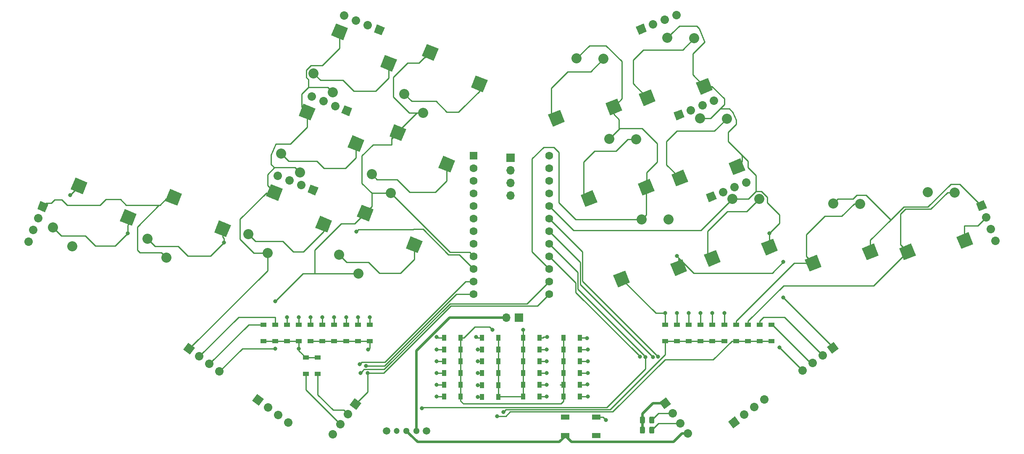
<source format=gbr>
G04 #@! TF.GenerationSoftware,KiCad,Pcbnew,(5.1.4)-1*
G04 #@! TF.CreationDate,2023-12-29T15:47:13-05:00*
G04 #@! TF.ProjectId,ThumbsUp,5468756d-6273-4557-902e-6b696361645f,rev?*
G04 #@! TF.SameCoordinates,Original*
G04 #@! TF.FileFunction,Copper,L2,Bot*
G04 #@! TF.FilePolarity,Positive*
%FSLAX46Y46*%
G04 Gerber Fmt 4.6, Leading zero omitted, Abs format (unit mm)*
G04 Created by KiCad (PCBNEW (5.1.4)-1) date 2023-12-29 15:47:13*
%MOMM*%
%LPD*%
G04 APERTURE LIST*
%ADD10R,1.200000X0.900000*%
%ADD11O,1.700000X1.700000*%
%ADD12R,1.700000X1.700000*%
%ADD13C,1.500000*%
%ADD14C,1.200000*%
%ADD15C,1.300000*%
%ADD16C,1.600000*%
%ADD17R,1.600000X1.600000*%
%ADD18C,0.100000*%
%ADD19C,0.975000*%
%ADD20R,1.800000X1.100000*%
%ADD21C,1.700000*%
%ADD22C,1.700000*%
%ADD23C,2.600000*%
%ADD24C,2.032000*%
%ADD25R,0.900000X1.200000*%
%ADD26C,0.800000*%
%ADD27C,0.508000*%
%ADD28C,0.250000*%
%ADD29C,0.254000*%
G04 APERTURE END LIST*
D10*
X110310000Y-131300000D03*
X110310000Y-128000000D03*
X112710000Y-131300000D03*
X112710000Y-128000000D03*
D11*
X150710000Y-119920000D03*
D12*
X153250000Y-119920000D03*
D13*
X126590000Y-142790000D03*
X134590000Y-142790000D03*
D14*
X128590000Y-142790000D03*
D15*
X130590000Y-142790000D03*
X132590000Y-142790000D03*
D16*
X159332000Y-87252000D03*
X159332000Y-89792000D03*
X159332000Y-92332000D03*
X159332000Y-94872000D03*
X159332000Y-97412000D03*
X159332000Y-99952000D03*
X159332000Y-102492000D03*
X159332000Y-105032000D03*
X159332000Y-107572000D03*
X159332000Y-110112000D03*
X159332000Y-112652000D03*
X159332000Y-115192000D03*
X144092000Y-115192000D03*
X144092000Y-112652000D03*
X144092000Y-110112000D03*
X144092000Y-107572000D03*
X144092000Y-105032000D03*
X144092000Y-102492000D03*
X144092000Y-99952000D03*
X144092000Y-97412000D03*
X144092000Y-94872000D03*
X144092000Y-92332000D03*
X144092000Y-89792000D03*
D17*
X144092000Y-87252000D03*
D18*
G36*
X180270642Y-139893174D02*
G01*
X180294303Y-139896684D01*
X180317507Y-139902496D01*
X180340029Y-139910554D01*
X180361653Y-139920782D01*
X180382170Y-139933079D01*
X180401383Y-139947329D01*
X180419107Y-139963393D01*
X180435171Y-139981117D01*
X180449421Y-140000330D01*
X180461718Y-140020847D01*
X180471946Y-140042471D01*
X180480004Y-140064993D01*
X180485816Y-140088197D01*
X180489326Y-140111858D01*
X180490500Y-140135750D01*
X180490500Y-141048250D01*
X180489326Y-141072142D01*
X180485816Y-141095803D01*
X180480004Y-141119007D01*
X180471946Y-141141529D01*
X180461718Y-141163153D01*
X180449421Y-141183670D01*
X180435171Y-141202883D01*
X180419107Y-141220607D01*
X180401383Y-141236671D01*
X180382170Y-141250921D01*
X180361653Y-141263218D01*
X180340029Y-141273446D01*
X180317507Y-141281504D01*
X180294303Y-141287316D01*
X180270642Y-141290826D01*
X180246750Y-141292000D01*
X179759250Y-141292000D01*
X179735358Y-141290826D01*
X179711697Y-141287316D01*
X179688493Y-141281504D01*
X179665971Y-141273446D01*
X179644347Y-141263218D01*
X179623830Y-141250921D01*
X179604617Y-141236671D01*
X179586893Y-141220607D01*
X179570829Y-141202883D01*
X179556579Y-141183670D01*
X179544282Y-141163153D01*
X179534054Y-141141529D01*
X179525996Y-141119007D01*
X179520184Y-141095803D01*
X179516674Y-141072142D01*
X179515500Y-141048250D01*
X179515500Y-140135750D01*
X179516674Y-140111858D01*
X179520184Y-140088197D01*
X179525996Y-140064993D01*
X179534054Y-140042471D01*
X179544282Y-140020847D01*
X179556579Y-140000330D01*
X179570829Y-139981117D01*
X179586893Y-139963393D01*
X179604617Y-139947329D01*
X179623830Y-139933079D01*
X179644347Y-139920782D01*
X179665971Y-139910554D01*
X179688493Y-139902496D01*
X179711697Y-139896684D01*
X179735358Y-139893174D01*
X179759250Y-139892000D01*
X180246750Y-139892000D01*
X180270642Y-139893174D01*
X180270642Y-139893174D01*
G37*
D19*
X180003000Y-140592000D03*
D18*
G36*
X178395642Y-139893174D02*
G01*
X178419303Y-139896684D01*
X178442507Y-139902496D01*
X178465029Y-139910554D01*
X178486653Y-139920782D01*
X178507170Y-139933079D01*
X178526383Y-139947329D01*
X178544107Y-139963393D01*
X178560171Y-139981117D01*
X178574421Y-140000330D01*
X178586718Y-140020847D01*
X178596946Y-140042471D01*
X178605004Y-140064993D01*
X178610816Y-140088197D01*
X178614326Y-140111858D01*
X178615500Y-140135750D01*
X178615500Y-141048250D01*
X178614326Y-141072142D01*
X178610816Y-141095803D01*
X178605004Y-141119007D01*
X178596946Y-141141529D01*
X178586718Y-141163153D01*
X178574421Y-141183670D01*
X178560171Y-141202883D01*
X178544107Y-141220607D01*
X178526383Y-141236671D01*
X178507170Y-141250921D01*
X178486653Y-141263218D01*
X178465029Y-141273446D01*
X178442507Y-141281504D01*
X178419303Y-141287316D01*
X178395642Y-141290826D01*
X178371750Y-141292000D01*
X177884250Y-141292000D01*
X177860358Y-141290826D01*
X177836697Y-141287316D01*
X177813493Y-141281504D01*
X177790971Y-141273446D01*
X177769347Y-141263218D01*
X177748830Y-141250921D01*
X177729617Y-141236671D01*
X177711893Y-141220607D01*
X177695829Y-141202883D01*
X177681579Y-141183670D01*
X177669282Y-141163153D01*
X177659054Y-141141529D01*
X177650996Y-141119007D01*
X177645184Y-141095803D01*
X177641674Y-141072142D01*
X177640500Y-141048250D01*
X177640500Y-140135750D01*
X177641674Y-140111858D01*
X177645184Y-140088197D01*
X177650996Y-140064993D01*
X177659054Y-140042471D01*
X177669282Y-140020847D01*
X177681579Y-140000330D01*
X177695829Y-139981117D01*
X177711893Y-139963393D01*
X177729617Y-139947329D01*
X177748830Y-139933079D01*
X177769347Y-139920782D01*
X177790971Y-139910554D01*
X177813493Y-139902496D01*
X177836697Y-139896684D01*
X177860358Y-139893174D01*
X177884250Y-139892000D01*
X178371750Y-139892000D01*
X178395642Y-139893174D01*
X178395642Y-139893174D01*
G37*
D19*
X178128000Y-140592000D03*
D18*
G36*
X178395642Y-141925174D02*
G01*
X178419303Y-141928684D01*
X178442507Y-141934496D01*
X178465029Y-141942554D01*
X178486653Y-141952782D01*
X178507170Y-141965079D01*
X178526383Y-141979329D01*
X178544107Y-141995393D01*
X178560171Y-142013117D01*
X178574421Y-142032330D01*
X178586718Y-142052847D01*
X178596946Y-142074471D01*
X178605004Y-142096993D01*
X178610816Y-142120197D01*
X178614326Y-142143858D01*
X178615500Y-142167750D01*
X178615500Y-143080250D01*
X178614326Y-143104142D01*
X178610816Y-143127803D01*
X178605004Y-143151007D01*
X178596946Y-143173529D01*
X178586718Y-143195153D01*
X178574421Y-143215670D01*
X178560171Y-143234883D01*
X178544107Y-143252607D01*
X178526383Y-143268671D01*
X178507170Y-143282921D01*
X178486653Y-143295218D01*
X178465029Y-143305446D01*
X178442507Y-143313504D01*
X178419303Y-143319316D01*
X178395642Y-143322826D01*
X178371750Y-143324000D01*
X177884250Y-143324000D01*
X177860358Y-143322826D01*
X177836697Y-143319316D01*
X177813493Y-143313504D01*
X177790971Y-143305446D01*
X177769347Y-143295218D01*
X177748830Y-143282921D01*
X177729617Y-143268671D01*
X177711893Y-143252607D01*
X177695829Y-143234883D01*
X177681579Y-143215670D01*
X177669282Y-143195153D01*
X177659054Y-143173529D01*
X177650996Y-143151007D01*
X177645184Y-143127803D01*
X177641674Y-143104142D01*
X177640500Y-143080250D01*
X177640500Y-142167750D01*
X177641674Y-142143858D01*
X177645184Y-142120197D01*
X177650996Y-142096993D01*
X177659054Y-142074471D01*
X177669282Y-142052847D01*
X177681579Y-142032330D01*
X177695829Y-142013117D01*
X177711893Y-141995393D01*
X177729617Y-141979329D01*
X177748830Y-141965079D01*
X177769347Y-141952782D01*
X177790971Y-141942554D01*
X177813493Y-141934496D01*
X177836697Y-141928684D01*
X177860358Y-141925174D01*
X177884250Y-141924000D01*
X178371750Y-141924000D01*
X178395642Y-141925174D01*
X178395642Y-141925174D01*
G37*
D19*
X178128000Y-142624000D03*
D18*
G36*
X180270642Y-141925174D02*
G01*
X180294303Y-141928684D01*
X180317507Y-141934496D01*
X180340029Y-141942554D01*
X180361653Y-141952782D01*
X180382170Y-141965079D01*
X180401383Y-141979329D01*
X180419107Y-141995393D01*
X180435171Y-142013117D01*
X180449421Y-142032330D01*
X180461718Y-142052847D01*
X180471946Y-142074471D01*
X180480004Y-142096993D01*
X180485816Y-142120197D01*
X180489326Y-142143858D01*
X180490500Y-142167750D01*
X180490500Y-143080250D01*
X180489326Y-143104142D01*
X180485816Y-143127803D01*
X180480004Y-143151007D01*
X180471946Y-143173529D01*
X180461718Y-143195153D01*
X180449421Y-143215670D01*
X180435171Y-143234883D01*
X180419107Y-143252607D01*
X180401383Y-143268671D01*
X180382170Y-143282921D01*
X180361653Y-143295218D01*
X180340029Y-143305446D01*
X180317507Y-143313504D01*
X180294303Y-143319316D01*
X180270642Y-143322826D01*
X180246750Y-143324000D01*
X179759250Y-143324000D01*
X179735358Y-143322826D01*
X179711697Y-143319316D01*
X179688493Y-143313504D01*
X179665971Y-143305446D01*
X179644347Y-143295218D01*
X179623830Y-143282921D01*
X179604617Y-143268671D01*
X179586893Y-143252607D01*
X179570829Y-143234883D01*
X179556579Y-143215670D01*
X179544282Y-143195153D01*
X179534054Y-143173529D01*
X179525996Y-143151007D01*
X179520184Y-143127803D01*
X179516674Y-143104142D01*
X179515500Y-143080250D01*
X179515500Y-142167750D01*
X179516674Y-142143858D01*
X179520184Y-142120197D01*
X179525996Y-142096993D01*
X179534054Y-142074471D01*
X179544282Y-142052847D01*
X179556579Y-142032330D01*
X179570829Y-142013117D01*
X179586893Y-141995393D01*
X179604617Y-141979329D01*
X179623830Y-141965079D01*
X179644347Y-141952782D01*
X179665971Y-141942554D01*
X179688493Y-141934496D01*
X179711697Y-141928684D01*
X179735358Y-141925174D01*
X179759250Y-141924000D01*
X180246750Y-141924000D01*
X180270642Y-141925174D01*
X180270642Y-141925174D01*
G37*
D19*
X180003000Y-142624000D03*
D20*
X162582000Y-140012000D03*
X168782000Y-143712000D03*
X162582000Y-143712000D03*
X168782000Y-140012000D03*
D21*
X199065141Y-92685498D03*
D22*
X199065141Y-92685498D02*
X199065141Y-92685498D01*
D21*
X196710094Y-93636999D03*
D22*
X196710094Y-93636999D02*
X196710094Y-93636999D01*
D21*
X194355047Y-94588499D03*
D22*
X194355047Y-94588499D02*
X194355047Y-94588499D01*
D21*
X192000000Y-95540000D03*
D18*
G36*
X193106522Y-96009691D02*
G01*
X191530309Y-96646522D01*
X190893478Y-95070309D01*
X192469691Y-94433478D01*
X193106522Y-96009691D01*
X193106522Y-96009691D01*
G37*
D21*
X246428381Y-97351090D03*
D18*
G36*
X245958690Y-98457612D02*
G01*
X245321859Y-96881399D01*
X246898072Y-96244568D01*
X247534903Y-97820781D01*
X245958690Y-98457612D01*
X245958690Y-98457612D01*
G37*
D21*
X247379882Y-99706137D03*
D22*
X247379882Y-99706137D02*
X247379882Y-99706137D01*
D21*
X248331382Y-102061184D03*
D22*
X248331382Y-102061184D02*
X248331382Y-102061184D01*
D21*
X249282883Y-104416231D03*
D22*
X249282883Y-104416231D02*
X249282883Y-104416231D01*
D21*
X177894345Y-61730649D03*
D18*
G36*
X179000867Y-62200340D02*
G01*
X177424654Y-62837171D01*
X176787823Y-61260958D01*
X178364036Y-60624127D01*
X179000867Y-62200340D01*
X179000867Y-62200340D01*
G37*
D21*
X180249392Y-60779148D03*
D22*
X180249392Y-60779148D02*
X180249392Y-60779148D01*
D21*
X182604439Y-59827648D03*
D22*
X182604439Y-59827648D02*
X182604439Y-59827648D01*
D21*
X184959486Y-58876147D03*
D22*
X184959486Y-58876147D02*
X184959486Y-58876147D01*
D21*
X185500000Y-79040000D03*
D18*
G36*
X186606522Y-79509691D02*
G01*
X185030309Y-80146522D01*
X184393478Y-78570309D01*
X185969691Y-77933478D01*
X186606522Y-79509691D01*
X186606522Y-79509691D01*
G37*
D21*
X187855047Y-78088499D03*
D22*
X187855047Y-78088499D02*
X187855047Y-78088499D01*
D21*
X190210094Y-77136999D03*
D22*
X190210094Y-77136999D02*
X190210094Y-77136999D01*
D21*
X192565141Y-76185498D03*
D22*
X192565141Y-76185498D02*
X192565141Y-76185498D01*
D21*
X187293643Y-143302834D03*
D22*
X187293643Y-143302834D02*
X187293643Y-143302834D01*
D21*
X185765033Y-141274299D03*
D22*
X185765033Y-141274299D02*
X185765033Y-141274299D01*
D21*
X184236423Y-139245765D03*
D22*
X184236423Y-139245765D02*
X184236423Y-139245765D01*
D21*
X182707813Y-137217231D03*
D18*
G36*
X182540516Y-138407614D02*
G01*
X181517430Y-137049934D01*
X182875110Y-136026848D01*
X183898196Y-137384528D01*
X182540516Y-138407614D01*
X182540516Y-138407614D01*
G37*
D23*
X243086938Y-104363428D03*
D18*
G36*
X243805288Y-102671100D02*
G01*
X244779266Y-105081778D01*
X242368588Y-106055756D01*
X241394610Y-103645078D01*
X243805288Y-102671100D01*
X243805288Y-102671100D01*
G37*
D24*
X241033916Y-94677189D03*
X235611323Y-94603136D03*
D23*
X231553830Y-106650330D03*
D18*
G36*
X232272180Y-104958002D02*
G01*
X233246158Y-107368680D01*
X230835480Y-108342658D01*
X229861502Y-105931980D01*
X232272180Y-104958002D01*
X232272180Y-104958002D01*
G37*
D23*
X190612716Y-73255455D03*
D18*
G36*
X191331066Y-71563127D02*
G01*
X192305044Y-73973805D01*
X189894366Y-74947783D01*
X188920388Y-72537105D01*
X191331066Y-71563127D01*
X191331066Y-71563127D01*
G37*
D24*
X188559694Y-63569216D03*
X183137101Y-63495163D03*
D23*
X179079608Y-75542357D03*
D18*
G36*
X179797958Y-73850029D02*
G01*
X180771936Y-76260707D01*
X178361258Y-77234685D01*
X177387280Y-74824007D01*
X179797958Y-73850029D01*
X179797958Y-73850029D01*
G37*
D23*
X197168331Y-89481172D03*
D18*
G36*
X197886681Y-87788844D02*
G01*
X198860659Y-90199522D01*
X196449981Y-91173500D01*
X195476003Y-88762822D01*
X197886681Y-87788844D01*
X197886681Y-87788844D01*
G37*
D24*
X195115309Y-79794933D03*
X189692716Y-79720880D03*
D23*
X185635223Y-91768074D03*
D18*
G36*
X186353573Y-90075746D02*
G01*
X187327551Y-92486424D01*
X184916873Y-93460402D01*
X183942895Y-91049724D01*
X186353573Y-90075746D01*
X186353573Y-90075746D01*
G37*
D23*
X203723946Y-105706890D03*
D18*
G36*
X204442296Y-104014562D02*
G01*
X205416274Y-106425240D01*
X203005596Y-107399218D01*
X202031618Y-104988540D01*
X204442296Y-104014562D01*
X204442296Y-104014562D01*
G37*
D24*
X201670924Y-96020651D03*
X196248331Y-95946598D03*
D23*
X192190838Y-107993792D03*
D18*
G36*
X192909188Y-106301464D02*
G01*
X193883166Y-108712142D01*
X191472488Y-109686120D01*
X190498510Y-107275442D01*
X192909188Y-106301464D01*
X192909188Y-106301464D01*
G37*
D23*
X224061004Y-106657731D03*
D18*
G36*
X224779354Y-104965403D02*
G01*
X225753332Y-107376081D01*
X223342654Y-108350059D01*
X222368676Y-105939381D01*
X224779354Y-104965403D01*
X224779354Y-104965403D01*
G37*
D24*
X222007982Y-96971492D03*
X216585389Y-96897439D03*
D23*
X212527896Y-108944633D03*
D18*
G36*
X213246246Y-107252305D02*
G01*
X214220224Y-109662983D01*
X211809546Y-110636961D01*
X210835568Y-108226283D01*
X213246246Y-107252305D01*
X213246246Y-107252305D01*
G37*
D21*
X210415141Y-130637906D03*
D22*
X210415141Y-130637906D02*
X210415141Y-130637906D01*
D21*
X212443676Y-129109296D03*
D22*
X212443676Y-129109296D02*
X212443676Y-129109296D01*
D21*
X214472210Y-127580686D03*
D22*
X214472210Y-127580686D02*
X214472210Y-127580686D01*
D21*
X216500744Y-126052076D03*
D18*
G36*
X215310361Y-125884779D02*
G01*
X216668041Y-124861693D01*
X217691127Y-126219373D01*
X216333447Y-127242459D01*
X215310361Y-125884779D01*
X215310361Y-125884779D01*
G37*
D21*
X92892618Y-130791511D03*
D22*
X92892618Y-130791511D02*
X92892618Y-130791511D01*
D21*
X90864083Y-129262901D03*
D22*
X90864083Y-129262901D02*
X90864083Y-129262901D01*
D21*
X88835549Y-127734291D03*
D22*
X88835549Y-127734291D02*
X88835549Y-127734291D01*
D21*
X86807015Y-126205681D03*
D18*
G36*
X86974312Y-127396064D02*
G01*
X85616632Y-126372978D01*
X86639718Y-125015298D01*
X87997398Y-126038384D01*
X86974312Y-127396064D01*
X86974312Y-127396064D01*
G37*
D21*
X57295205Y-97543276D03*
D18*
G36*
X56188683Y-98012967D02*
G01*
X56825514Y-96436754D01*
X58401727Y-97073585D01*
X57764896Y-98649798D01*
X56188683Y-98012967D01*
X56188683Y-98012967D01*
G37*
D21*
X56343704Y-99898323D03*
D22*
X56343704Y-99898323D02*
X56343704Y-99898323D01*
D21*
X55392204Y-102253370D03*
D22*
X55392204Y-102253370D02*
X55392204Y-102253370D01*
D21*
X54440703Y-104608417D03*
D22*
X54440703Y-104608417D02*
X54440703Y-104608417D01*
D21*
X125097799Y-61864591D03*
D18*
G36*
X124628108Y-60758069D02*
G01*
X126204321Y-61394900D01*
X125567490Y-62971113D01*
X123991277Y-62334282D01*
X124628108Y-60758069D01*
X124628108Y-60758069D01*
G37*
D21*
X122742752Y-60913090D03*
D22*
X122742752Y-60913090D02*
X122742752Y-60913090D01*
D21*
X120387705Y-59961590D03*
D22*
X120387705Y-59961590D02*
X120387705Y-59961590D01*
D21*
X118032658Y-59010089D03*
D22*
X118032658Y-59010089D02*
X118032658Y-59010089D01*
D21*
X118558765Y-78178249D03*
D18*
G36*
X118089074Y-77071727D02*
G01*
X119665287Y-77708558D01*
X119028456Y-79284771D01*
X117452243Y-78647940D01*
X118089074Y-77071727D01*
X118089074Y-77071727D01*
G37*
D21*
X116203718Y-77226748D03*
D22*
X116203718Y-77226748D02*
X116203718Y-77226748D01*
D21*
X113848671Y-76275248D03*
D22*
X113848671Y-76275248D02*
X113848671Y-76275248D01*
D21*
X111493624Y-75323747D03*
D22*
X111493624Y-75323747D02*
X111493624Y-75323747D01*
D21*
X104678867Y-91323747D03*
D22*
X104678867Y-91323747D02*
X104678867Y-91323747D01*
D21*
X107033914Y-92275248D03*
D22*
X107033914Y-92275248D02*
X107033914Y-92275248D01*
D21*
X109388961Y-93226748D03*
D22*
X109388961Y-93226748D02*
X109388961Y-93226748D01*
D21*
X111744008Y-94178249D03*
D18*
G36*
X111274317Y-93071727D02*
G01*
X112850530Y-93708558D01*
X112213699Y-95284771D01*
X110637486Y-94647940D01*
X111274317Y-93071727D01*
X111274317Y-93071727D01*
G37*
D23*
X117097605Y-62245393D03*
D18*
G36*
X115405277Y-62963743D02*
G01*
X116379255Y-60553065D01*
X118789933Y-61527043D01*
X117815955Y-63937721D01*
X115405277Y-62963743D01*
X115405277Y-62963743D01*
G37*
D24*
X111845799Y-70639240D03*
X115695044Y-74459359D03*
D23*
X126982444Y-68611904D03*
D18*
G36*
X125290116Y-69330254D02*
G01*
X126264094Y-66919576D01*
X128674772Y-67893554D01*
X127700794Y-70304232D01*
X125290116Y-69330254D01*
X125290116Y-69330254D01*
G37*
D23*
X178891610Y-93629843D03*
D18*
G36*
X179609960Y-91937515D02*
G01*
X180583938Y-94348193D01*
X178173260Y-95322171D01*
X177199282Y-92911493D01*
X179609960Y-91937515D01*
X179609960Y-91937515D01*
G37*
D24*
X176838588Y-83943604D03*
X171415995Y-83869551D03*
D23*
X167358502Y-95916745D03*
D18*
G36*
X168076852Y-94224417D02*
G01*
X169050830Y-96635095D01*
X166640152Y-97609073D01*
X165666174Y-95198395D01*
X168076852Y-94224417D01*
X168076852Y-94224417D01*
G37*
D23*
X64623382Y-93353366D03*
D18*
G36*
X62931054Y-94071716D02*
G01*
X63905032Y-91661038D01*
X66315710Y-92635016D01*
X65341732Y-95045694D01*
X62931054Y-94071716D01*
X62931054Y-94071716D01*
G37*
D24*
X59371576Y-101747213D03*
X63220821Y-105567332D03*
D23*
X74508221Y-99719877D03*
D18*
G36*
X72815893Y-100438227D02*
G01*
X73789871Y-98027549D01*
X76200549Y-99001527D01*
X75226571Y-101412205D01*
X72815893Y-100438227D01*
X72815893Y-100438227D01*
G37*
D23*
X83649316Y-95647669D03*
D18*
G36*
X81956988Y-96366019D02*
G01*
X82930966Y-93955341D01*
X85341644Y-94929319D01*
X84367666Y-97339997D01*
X81956988Y-96366019D01*
X81956988Y-96366019D01*
G37*
D24*
X78397510Y-104041516D03*
X82246755Y-107861635D03*
D23*
X93534155Y-102014180D03*
D18*
G36*
X91841827Y-102732530D02*
G01*
X92815805Y-100321852D01*
X95226483Y-101295830D01*
X94252505Y-103706508D01*
X91841827Y-102732530D01*
X91841827Y-102732530D01*
G37*
D23*
X103986374Y-94696828D03*
D18*
G36*
X102294046Y-95415178D02*
G01*
X103268024Y-93004500D01*
X105678702Y-93978478D01*
X104704724Y-96389156D01*
X102294046Y-95415178D01*
X102294046Y-95415178D01*
G37*
D24*
X98734568Y-103090675D03*
X102583813Y-106910794D03*
D23*
X113871213Y-101063339D03*
D18*
G36*
X112178885Y-101781689D02*
G01*
X113152863Y-99371011D01*
X115563541Y-100344989D01*
X114589563Y-102755667D01*
X112178885Y-101781689D01*
X112178885Y-101781689D01*
G37*
D23*
X185447225Y-109855560D03*
D18*
G36*
X186165575Y-108163232D02*
G01*
X187139553Y-110573910D01*
X184728875Y-111547888D01*
X183754897Y-109137210D01*
X186165575Y-108163232D01*
X186165575Y-108163232D01*
G37*
D24*
X183394203Y-100169321D03*
X177971610Y-100095268D03*
D23*
X173914117Y-112142462D03*
D18*
G36*
X174632467Y-110450134D02*
G01*
X175606445Y-112860812D01*
X173195767Y-113834790D01*
X172221789Y-111424112D01*
X174632467Y-110450134D01*
X174632467Y-110450134D01*
G37*
D23*
X135374326Y-66394063D03*
D18*
G36*
X133681998Y-67112413D02*
G01*
X134655976Y-64701735D01*
X137066654Y-65675713D01*
X136092676Y-68086391D01*
X133681998Y-67112413D01*
X133681998Y-67112413D01*
G37*
D24*
X130122520Y-74787910D03*
X133971765Y-78608029D03*
D23*
X145259165Y-72760574D03*
D18*
G36*
X143566837Y-73478924D02*
G01*
X144540815Y-71068246D01*
X146951493Y-72042224D01*
X145977515Y-74452902D01*
X143566837Y-73478924D01*
X143566837Y-73478924D01*
G37*
D23*
X122263095Y-98845498D03*
D18*
G36*
X120570767Y-99563848D02*
G01*
X121544745Y-97153170D01*
X123955423Y-98127148D01*
X122981445Y-100537826D01*
X120570767Y-99563848D01*
X120570767Y-99563848D01*
G37*
D24*
X117011289Y-107239345D03*
X120860534Y-111059464D03*
D23*
X132147934Y-105212009D03*
D18*
G36*
X130455606Y-105930359D02*
G01*
X131429584Y-103519681D01*
X133840262Y-104493659D01*
X132866284Y-106904337D01*
X130455606Y-105930359D01*
X130455606Y-105930359D01*
G37*
D23*
X128818710Y-82619781D03*
D18*
G36*
X127126382Y-83338131D02*
G01*
X128100360Y-80927453D01*
X130511038Y-81901431D01*
X129537060Y-84312109D01*
X127126382Y-83338131D01*
X127126382Y-83338131D01*
G37*
D24*
X123566904Y-91013628D03*
X127416149Y-94833747D03*
D23*
X138703549Y-88986292D03*
D18*
G36*
X137011221Y-89704642D02*
G01*
X137985199Y-87293964D01*
X140395877Y-88267942D01*
X139421899Y-90678620D01*
X137011221Y-89704642D01*
X137011221Y-89704642D01*
G37*
D23*
X172335995Y-77404125D03*
D18*
G36*
X173054345Y-75711797D02*
G01*
X174028323Y-78122475D01*
X171617645Y-79096453D01*
X170643667Y-76685775D01*
X173054345Y-75711797D01*
X173054345Y-75711797D01*
G37*
D24*
X170282973Y-67717886D03*
X164860380Y-67643833D03*
D23*
X160802887Y-79691027D03*
D18*
G36*
X161521237Y-77998699D02*
G01*
X162495215Y-80409377D01*
X160084537Y-81383355D01*
X159110559Y-78972677D01*
X161521237Y-77998699D01*
X161521237Y-77998699D01*
G37*
D23*
X110541989Y-78471110D03*
D18*
G36*
X108849661Y-79189460D02*
G01*
X109823639Y-76778782D01*
X112234317Y-77752760D01*
X111260339Y-80163438D01*
X108849661Y-79189460D01*
X108849661Y-79189460D01*
G37*
D24*
X105290183Y-86864957D03*
X109139428Y-90685076D03*
D23*
X120426828Y-84837621D03*
D18*
G36*
X118734500Y-85555971D02*
G01*
X119708478Y-83145293D01*
X122119156Y-84119271D01*
X121145178Y-86529949D01*
X118734500Y-85555971D01*
X118734500Y-85555971D01*
G37*
D21*
X106728320Y-141127050D03*
D22*
X106728320Y-141127050D02*
X106728320Y-141127050D01*
D21*
X104699785Y-139598440D03*
D22*
X104699785Y-139598440D02*
X104699785Y-139598440D01*
D21*
X102671251Y-138069830D03*
D22*
X102671251Y-138069830D02*
X102671251Y-138069830D01*
D21*
X100642717Y-136541220D03*
D18*
G36*
X100810014Y-137731603D02*
G01*
X99452334Y-136708517D01*
X100475420Y-135350837D01*
X101833100Y-136373923D01*
X100810014Y-137731603D01*
X100810014Y-137731603D01*
G37*
D12*
X151558765Y-87678249D03*
D11*
X151558765Y-90218249D03*
X151558765Y-92758249D03*
X151558765Y-95298249D03*
D21*
X196616901Y-141066163D03*
D18*
G36*
X197807284Y-141233460D02*
G01*
X196449604Y-142256546D01*
X195426518Y-140898866D01*
X196784198Y-139875780D01*
X197807284Y-141233460D01*
X197807284Y-141233460D01*
G37*
D21*
X198645435Y-139537553D03*
D22*
X198645435Y-139537553D02*
X198645435Y-139537553D01*
D21*
X200673969Y-138008943D03*
D22*
X200673969Y-138008943D02*
X200673969Y-138008943D01*
D21*
X202702504Y-136480333D03*
D22*
X202702504Y-136480333D02*
X202702504Y-136480333D01*
D21*
X115734284Y-143501436D03*
D22*
X115734284Y-143501436D02*
X115734284Y-143501436D01*
D21*
X117262894Y-141472901D03*
D22*
X117262894Y-141472901D02*
X117262894Y-141472901D01*
D21*
X118791504Y-139444367D03*
D22*
X118791504Y-139444367D02*
X118791504Y-139444367D01*
D21*
X120320114Y-137415833D03*
D18*
G36*
X119129731Y-137583130D02*
G01*
X120152817Y-136225450D01*
X121510497Y-137248536D01*
X120487411Y-138606216D01*
X119129731Y-137583130D01*
X119129731Y-137583130D01*
G37*
D10*
X199368750Y-121352500D03*
X199368750Y-124652500D03*
X196987500Y-121352500D03*
X196987500Y-124652500D03*
X185081250Y-121352500D03*
X185081250Y-124652500D03*
X187462500Y-121352500D03*
X187462500Y-124652500D03*
X189843750Y-121352500D03*
X189843750Y-124652500D03*
X192225000Y-121352500D03*
X192225000Y-124652500D03*
D25*
X165546250Y-126369000D03*
X162246250Y-126369000D03*
X165546250Y-128750250D03*
X162246250Y-128750250D03*
X165546250Y-131131500D03*
X162246250Y-131131500D03*
X165546250Y-133512750D03*
X162246250Y-133512750D03*
X157380000Y-126367750D03*
X154080000Y-126367750D03*
X157380000Y-128749000D03*
X154080000Y-128749000D03*
X157380000Y-131130250D03*
X154080000Y-131130250D03*
X157380000Y-133511500D03*
X154080000Y-133511500D03*
D10*
X204131250Y-121352500D03*
X204131250Y-124652500D03*
X201750000Y-121352500D03*
X201750000Y-124652500D03*
X194606250Y-121352500D03*
X194606250Y-124652500D03*
D25*
X165546250Y-135894000D03*
X162246250Y-135894000D03*
X157380000Y-135892750D03*
X154080000Y-135892750D03*
D10*
X182700000Y-121352500D03*
X182700000Y-124652500D03*
D25*
X165546250Y-123987750D03*
X162246250Y-123987750D03*
X157380000Y-123986500D03*
X154080000Y-123986500D03*
D10*
X123168750Y-121352500D03*
X123168750Y-124652500D03*
D25*
X138185500Y-123961750D03*
X141485500Y-123961750D03*
X145766500Y-124006500D03*
X149066500Y-124006500D03*
D10*
X101737500Y-121352500D03*
X101737500Y-124652500D03*
X104118750Y-121352500D03*
X104118750Y-124652500D03*
X111262500Y-121352500D03*
X111262500Y-124652500D03*
D25*
X138185500Y-135868000D03*
X141485500Y-135868000D03*
X145766500Y-135912750D03*
X149066500Y-135912750D03*
D10*
X106500000Y-121352500D03*
X106500000Y-124652500D03*
X108881250Y-121352500D03*
X108881250Y-124652500D03*
X120787500Y-121352500D03*
X120787500Y-124652500D03*
X118406250Y-121352500D03*
X118406250Y-124652500D03*
X116025000Y-121352500D03*
X116025000Y-124652500D03*
X113643750Y-121352500D03*
X113643750Y-124652500D03*
D25*
X138185500Y-126343000D03*
X141485500Y-126343000D03*
X138185500Y-128724250D03*
X141485500Y-128724250D03*
X138185500Y-131105500D03*
X141485500Y-131105500D03*
X138185500Y-133486750D03*
X141485500Y-133486750D03*
X145766500Y-126387750D03*
X149066500Y-126387750D03*
X145766500Y-128769000D03*
X149066500Y-128769000D03*
X145766500Y-131150250D03*
X149066500Y-131150250D03*
X145766500Y-133531500D03*
X149066500Y-133531500D03*
D26*
X144972750Y-133531500D03*
X154125000Y-122431000D03*
X144972750Y-131150250D03*
X144972750Y-128769000D03*
X144972750Y-126387750D03*
X136660500Y-133486750D03*
X147880000Y-122360000D03*
X136660500Y-131105500D03*
X136660500Y-128724250D03*
X136660500Y-126343000D03*
X113643750Y-119827500D03*
X122883000Y-126368000D03*
X150140000Y-138990000D03*
X116025000Y-119827500D03*
X118406250Y-119827500D03*
X120787500Y-119827500D03*
X93800000Y-104746250D03*
X108881250Y-119827500D03*
X108913004Y-126241000D03*
X148860000Y-139800000D03*
X74450000Y-102890000D03*
X106500000Y-119827500D03*
X144972750Y-135912750D03*
X136660500Y-135868000D03*
X111262500Y-119827500D03*
X144600000Y-123796250D03*
X136662500Y-123796250D03*
X123168750Y-119827500D03*
X158887500Y-123796250D03*
X166952000Y-124113750D03*
X182700000Y-119033750D03*
X158842500Y-135892750D03*
X167133750Y-135894000D03*
X194606250Y-119033750D03*
X158842500Y-133511500D03*
X158842500Y-131130250D03*
X158842500Y-128749000D03*
X158842500Y-126367750D03*
X167017966Y-133396965D03*
X167133750Y-131131500D03*
X167133750Y-128750250D03*
X167133750Y-126369000D03*
X192183098Y-118991848D03*
X189843750Y-119033750D03*
X189843750Y-119033750D03*
X187462500Y-119033750D03*
X185081250Y-119033750D03*
X121160000Y-129330000D03*
X62800000Y-95240000D03*
X122427451Y-129657011D03*
X122780813Y-131111022D03*
X121310000Y-131100000D03*
X104118750Y-116652500D03*
X104118750Y-126177500D03*
X120470000Y-102619000D03*
X203723946Y-102913946D03*
X205718750Y-125941515D03*
X185050002Y-107490000D03*
X206512500Y-108715000D03*
X206512500Y-115858750D03*
X181238135Y-127808953D03*
X180241773Y-127894314D03*
X178763000Y-127860299D03*
X133680000Y-138220000D03*
X177654566Y-127829862D03*
X170762000Y-140591966D03*
D27*
X163830000Y-145000000D02*
X162520000Y-143690000D01*
X184394396Y-145000000D02*
X163830000Y-145000000D01*
X187293643Y-143302834D02*
X186091562Y-143302834D01*
X186091562Y-143302834D02*
X184394396Y-145000000D01*
X131239999Y-143439999D02*
X130590000Y-142790000D01*
X132820000Y-145020000D02*
X131239999Y-143439999D01*
X162620000Y-143810000D02*
X161410000Y-145020000D01*
X161410000Y-145020000D02*
X132820000Y-145020000D01*
D28*
X145766500Y-133531500D02*
X144972750Y-133531500D01*
X149066500Y-124006500D02*
X149066500Y-135912750D01*
X154080000Y-123986500D02*
X154080000Y-135892750D01*
X148941500Y-123881500D02*
X149066500Y-124006500D01*
D29*
X149086500Y-135892750D02*
X149066500Y-135912750D01*
X154080000Y-135892750D02*
X149086500Y-135892750D01*
X154080000Y-123132500D02*
X154125000Y-123087500D01*
X154080000Y-123986500D02*
X154080000Y-123132500D01*
X154125000Y-123087500D02*
X154125000Y-122431000D01*
D28*
X145766500Y-131150250D02*
X144972750Y-131150250D01*
X145766500Y-128769000D02*
X144972750Y-128769000D01*
X145766500Y-126387750D02*
X144972750Y-126387750D01*
X138185500Y-133486750D02*
X136660500Y-133486750D01*
X141485500Y-123961750D02*
X141485500Y-135868000D01*
X162246250Y-123987750D02*
X162246250Y-135894000D01*
D29*
X162246250Y-133512750D02*
X161542250Y-133512750D01*
X141485500Y-136747250D02*
X141485500Y-135868000D01*
X142060000Y-137321750D02*
X141485500Y-136747250D01*
X161672500Y-137321750D02*
X142060000Y-137321750D01*
X162246250Y-135894000D02*
X162246250Y-136748000D01*
X162246250Y-136748000D02*
X161672500Y-137321750D01*
X147480001Y-121960001D02*
X147880000Y-122360000D01*
X144331249Y-121820001D02*
X147340001Y-121820001D01*
X147340001Y-121820001D02*
X147480001Y-121960001D01*
X141485500Y-123961750D02*
X142189500Y-123961750D01*
X142189500Y-123961750D02*
X144331249Y-121820001D01*
D28*
X138185500Y-131105500D02*
X136660500Y-131105500D01*
X138185500Y-128724250D02*
X136660500Y-128724250D01*
X138185500Y-126343000D02*
X137485500Y-126343000D01*
X137485500Y-126343000D02*
X136660500Y-126343000D01*
X113643750Y-119827500D02*
X113643750Y-121352500D01*
X194606250Y-124652500D02*
X182700000Y-124652500D01*
X111262500Y-124652500D02*
X123168750Y-124652500D01*
D29*
X123168750Y-124652500D02*
X123168750Y-126082250D01*
X123168750Y-126082250D02*
X122883000Y-126368000D01*
X150539999Y-138590001D02*
X150140000Y-138990000D01*
X150640000Y-138490000D02*
X150539999Y-138590001D01*
X171633050Y-138490000D02*
X150640000Y-138490000D01*
X182700000Y-124652500D02*
X182700000Y-127423050D01*
X182700000Y-127423050D02*
X171633050Y-138490000D01*
D28*
X116025000Y-119827500D02*
X116025000Y-121352500D01*
X118406250Y-119827500D02*
X118406250Y-121352500D01*
X120787500Y-119827500D02*
X120787500Y-121352500D01*
X93800000Y-103952500D02*
X93534155Y-103686655D01*
X93800000Y-104746250D02*
X93800000Y-103952500D01*
X93534155Y-102014180D02*
X93534155Y-103686655D01*
X79895994Y-105540000D02*
X78397510Y-104041516D01*
X84550000Y-105540000D02*
X79895994Y-105540000D01*
X86500000Y-107490000D02*
X84550000Y-105540000D01*
X93800000Y-104746250D02*
X91056250Y-107490000D01*
X91056250Y-107490000D02*
X86500000Y-107490000D01*
X108881250Y-119827500D02*
X108881250Y-121352500D01*
X204131250Y-124652500D02*
X196987500Y-124652500D01*
X108881250Y-124652500D02*
X101737500Y-124652500D01*
X108881250Y-124652500D02*
X108881250Y-126209246D01*
X108881250Y-126209246D02*
X108913004Y-126241000D01*
D29*
X112710000Y-128000000D02*
X110310000Y-128000000D01*
X108913004Y-126603004D02*
X110310000Y-128000000D01*
X108913004Y-126241000D02*
X108913004Y-126603004D01*
X151481953Y-138944011D02*
X150625964Y-139800000D01*
X192386000Y-128400000D02*
X182700000Y-128400000D01*
X172155989Y-138944011D02*
X151481953Y-138944011D01*
X150625964Y-139800000D02*
X149425685Y-139800000D01*
X182700000Y-128400000D02*
X172155989Y-138944011D01*
X196133500Y-124652500D02*
X192386000Y-128400000D01*
X149425685Y-139800000D02*
X148860000Y-139800000D01*
X196987500Y-124652500D02*
X196133500Y-124652500D01*
D28*
X74508221Y-101221972D02*
X74450000Y-101280193D01*
X74508221Y-99719877D02*
X74508221Y-101221972D01*
X74450000Y-101280193D02*
X74450000Y-102890000D01*
X74450000Y-102890000D02*
X71900000Y-105440000D01*
X71900000Y-105440000D02*
X67900000Y-105440000D01*
X67900000Y-105440000D02*
X65850000Y-103390000D01*
X61014363Y-103390000D02*
X59371576Y-101747213D01*
X65850000Y-103390000D02*
X61014363Y-103390000D01*
X106500000Y-119827500D02*
X106500000Y-121352500D01*
X126982444Y-68611904D02*
X126982444Y-71607556D01*
X126982444Y-71607556D02*
X124350000Y-74240000D01*
X124350000Y-74240000D02*
X120000000Y-74240000D01*
X120000000Y-74240000D02*
X117800000Y-72040000D01*
X113246559Y-72040000D02*
X111845799Y-70639240D01*
X117800000Y-72040000D02*
X113246559Y-72040000D01*
X145766500Y-135912750D02*
X144972750Y-135912750D01*
X120426828Y-86339716D02*
X120400000Y-86366544D01*
X120426828Y-84837621D02*
X120426828Y-86339716D01*
X120400000Y-86366544D02*
X120400000Y-87690000D01*
X120400000Y-87690000D02*
X118300000Y-89790000D01*
X118300000Y-89790000D02*
X113950000Y-89790000D01*
X113950000Y-89790000D02*
X112550000Y-88390000D01*
X106815226Y-88390000D02*
X105290183Y-86864957D01*
X112550000Y-88390000D02*
X106815226Y-88390000D01*
X138185500Y-135868000D02*
X136660500Y-135868000D01*
X105650000Y-104540000D02*
X100183893Y-104540000D01*
X109796647Y-106640000D02*
X107750000Y-106640000D01*
X100183893Y-104540000D02*
X99750567Y-104106674D01*
X113871213Y-102565434D02*
X109796647Y-106640000D01*
X99750567Y-104106674D02*
X98734568Y-103090675D01*
X107750000Y-106640000D02*
X105650000Y-104540000D01*
X113871213Y-101063339D02*
X113871213Y-102565434D01*
X111262500Y-119827500D02*
X111262500Y-121352500D01*
X104118750Y-119827500D02*
X104118750Y-121352500D01*
X88835549Y-127734291D02*
X96742340Y-119827500D01*
X96742340Y-119827500D02*
X104118750Y-119827500D01*
X90864083Y-128838417D02*
X90864083Y-129262901D01*
X98774484Y-121352500D02*
X101737500Y-121352500D01*
X90864083Y-129262901D02*
X98774484Y-121352500D01*
D29*
X145766500Y-124006500D02*
X144810250Y-124006500D01*
X144810250Y-124006500D02*
X144600000Y-123796250D01*
D28*
X145259165Y-72760574D02*
X145259165Y-74262669D01*
X145259165Y-74262669D02*
X141970000Y-77551834D01*
X131624610Y-76290000D02*
X130122520Y-74787910D01*
X136550000Y-76290000D02*
X131624610Y-76290000D01*
X138700000Y-78440000D02*
X136550000Y-76290000D01*
X141970000Y-77550000D02*
X141080000Y-78440000D01*
X141080000Y-78440000D02*
X138700000Y-78440000D01*
X138703549Y-88986292D02*
X138703549Y-92336451D01*
X138703549Y-92336451D02*
X136400000Y-94640000D01*
X136400000Y-94640000D02*
X131200000Y-94640000D01*
X131200000Y-94640000D02*
X128650000Y-92090000D01*
X124643276Y-92090000D02*
X123566904Y-91013628D01*
X128650000Y-92090000D02*
X124643276Y-92090000D01*
D29*
X138185500Y-123961750D02*
X136828000Y-123961750D01*
X136828000Y-123961750D02*
X136662500Y-123796250D01*
D28*
X118511944Y-108740000D02*
X117011289Y-107239345D01*
X122950000Y-108740000D02*
X118511944Y-108740000D01*
X125150000Y-110940000D02*
X122950000Y-108740000D01*
X129400000Y-110940000D02*
X125150000Y-110940000D01*
X132147934Y-105212009D02*
X132147934Y-108192066D01*
X132147934Y-108192066D02*
X129400000Y-110940000D01*
X123168750Y-119827500D02*
X123168750Y-121352500D01*
X159733553Y-78621693D02*
X159733553Y-73656447D01*
X160802887Y-79691027D02*
X159733553Y-78621693D01*
X159733553Y-73656447D02*
X163100000Y-70290000D01*
X167710859Y-70290000D02*
X170282973Y-67717886D01*
X163100000Y-70290000D02*
X167710859Y-70290000D01*
X160600000Y-79893914D02*
X160802887Y-79691027D01*
D29*
X158084000Y-123986500D02*
X158274250Y-123796250D01*
X157380000Y-123986500D02*
X158084000Y-123986500D01*
X158274250Y-123796250D02*
X158887500Y-123796250D01*
D28*
X166289168Y-94847411D02*
X166289168Y-88550832D01*
X167358502Y-95916745D02*
X166289168Y-94847411D01*
X166289168Y-88550832D02*
X168500000Y-86340000D01*
X168500000Y-86340000D02*
X172800000Y-86340000D01*
X175196396Y-83943604D02*
X176838588Y-83943604D01*
X172800000Y-86340000D02*
X175196396Y-83943604D01*
D29*
X165546250Y-123987750D02*
X166826000Y-123987750D01*
X166826000Y-123987750D02*
X166952000Y-124113750D01*
D28*
X174102462Y-112142462D02*
X174400000Y-112440000D01*
X173914117Y-112142462D02*
X174102462Y-112142462D01*
X174450000Y-112440000D02*
X173600000Y-113290000D01*
X174400000Y-112440000D02*
X174450000Y-112440000D01*
X173600000Y-113290000D02*
X173600000Y-113490000D01*
X182700000Y-119033750D02*
X182700000Y-121352500D01*
D29*
X180805405Y-119033750D02*
X173914117Y-112142462D01*
X182700000Y-119033750D02*
X180805405Y-119033750D01*
D28*
X186238910Y-65890000D02*
X188559694Y-63569216D01*
X178300000Y-65890000D02*
X186238910Y-65890000D01*
X176250000Y-67940000D02*
X178300000Y-65890000D01*
X179079608Y-75542357D02*
X176250000Y-72712749D01*
X176250000Y-72712749D02*
X176250000Y-67940000D01*
X157380000Y-135892750D02*
X158842500Y-135892750D01*
X192620242Y-82290000D02*
X195115309Y-79794933D01*
X185050000Y-82290000D02*
X192620242Y-82290000D01*
X183000000Y-84340000D02*
X185050000Y-82290000D01*
X185635223Y-91768074D02*
X183000000Y-89132851D01*
X183000000Y-89132851D02*
X183000000Y-84340000D01*
X165546250Y-135894000D02*
X167133750Y-135894000D01*
X199151575Y-98540000D02*
X201670924Y-96020651D01*
X195250000Y-98540000D02*
X199151575Y-98540000D01*
X191250000Y-102540000D02*
X195250000Y-98540000D01*
X192190838Y-107993792D02*
X191250000Y-107052954D01*
X191250000Y-107052954D02*
X191250000Y-102540000D01*
X194606250Y-121352500D02*
X194606250Y-119033750D01*
X213622211Y-126730687D02*
X214472210Y-127580686D01*
X206719024Y-119827500D02*
X213622211Y-126730687D01*
X202540625Y-119827500D02*
X206719024Y-119827500D01*
X201750000Y-121352500D02*
X201750000Y-120618125D01*
X201750000Y-120618125D02*
X202540625Y-119827500D01*
X212038046Y-129109296D02*
X212443676Y-129109296D01*
X204281250Y-121352500D02*
X212038046Y-129109296D01*
X204131250Y-121352500D02*
X204281250Y-121352500D01*
X157380000Y-133511500D02*
X158842500Y-133511500D01*
X157380000Y-131130250D02*
X158842500Y-131130250D01*
X157380000Y-128749000D02*
X158842500Y-128749000D01*
X157380000Y-126367750D02*
X158842500Y-126367750D01*
X166902181Y-133512750D02*
X167017966Y-133396965D01*
X165546250Y-133512750D02*
X166902181Y-133512750D01*
X165546250Y-131131500D02*
X167133750Y-131131500D01*
X165546250Y-128750250D02*
X167133750Y-128750250D01*
X165546250Y-126369000D02*
X167133750Y-126369000D01*
X192183098Y-121310598D02*
X192225000Y-121352500D01*
X192183098Y-118991848D02*
X192183098Y-121310598D01*
X189843750Y-119033750D02*
X189843750Y-121352500D01*
X187462500Y-119033750D02*
X187462500Y-121352500D01*
X185081250Y-121352500D02*
X185081250Y-119033750D01*
X220818508Y-96971492D02*
X222007982Y-96971492D01*
X218300000Y-99490000D02*
X220818508Y-96971492D01*
X214850000Y-99490000D02*
X218300000Y-99490000D01*
X211150000Y-103190000D02*
X214850000Y-99490000D01*
X212527896Y-108944633D02*
X211150000Y-107566737D01*
X211150000Y-107566737D02*
X211150000Y-103190000D01*
X211025801Y-108944633D02*
X212527896Y-108944633D01*
X208695367Y-108944633D02*
X211025801Y-108944633D01*
X196987500Y-120652500D02*
X208695367Y-108944633D01*
X196987500Y-121352500D02*
X196987500Y-120652500D01*
X230150000Y-105246500D02*
X231553830Y-106650330D01*
X230150000Y-98990000D02*
X230150000Y-105246500D01*
X231105980Y-98034020D02*
X230150000Y-98990000D01*
X236205980Y-98034020D02*
X231105980Y-98034020D01*
X241033916Y-94677189D02*
X239562811Y-94677189D01*
X239562811Y-94677189D02*
X236205980Y-98034020D01*
X230484496Y-107719664D02*
X231553830Y-106650330D01*
X224726660Y-113477500D02*
X230484496Y-107719664D01*
X206543750Y-113477500D02*
X224726660Y-113477500D01*
X199368750Y-121352500D02*
X199368750Y-120652500D01*
X199368750Y-120652500D02*
X206543750Y-113477500D01*
X68850000Y-97290000D02*
X70050000Y-96090000D01*
X58018862Y-96819619D02*
X58970381Y-96819619D01*
X74100000Y-97240000D02*
X80934315Y-97240000D01*
X57295205Y-97543276D02*
X58018862Y-96819619D01*
X58970381Y-96819619D02*
X59650000Y-96140000D01*
X72950000Y-96090000D02*
X74100000Y-97240000D01*
X70050000Y-96090000D02*
X72950000Y-96090000D01*
X59650000Y-96140000D02*
X61100000Y-96140000D01*
X61100000Y-96140000D02*
X62250000Y-97290000D01*
X62250000Y-97290000D02*
X68850000Y-97290000D01*
X80708003Y-97240000D02*
X80934315Y-97240000D01*
X76337500Y-101610503D02*
X80708003Y-97240000D01*
X76337500Y-106333750D02*
X76337500Y-101610503D01*
X76849386Y-106845636D02*
X76337500Y-106333750D01*
X82246755Y-107861635D02*
X81230756Y-106845636D01*
X81230756Y-106845636D02*
X76849386Y-106845636D01*
X83649316Y-95846934D02*
X83649316Y-95647669D01*
X83481250Y-96015000D02*
X83649316Y-95846934D01*
X80934315Y-97240000D02*
X82159315Y-96015000D01*
X82159315Y-96015000D02*
X83481250Y-96015000D01*
D29*
X126219999Y-128930001D02*
X121559999Y-128930001D01*
X144092000Y-112652000D02*
X142498000Y-112652000D01*
X142498000Y-112652000D02*
X126219999Y-128930001D01*
X121559999Y-128930001D02*
X121160000Y-129330000D01*
D28*
X64623382Y-93416618D02*
X64623382Y-93353366D01*
X62800000Y-95240000D02*
X64623382Y-93416618D01*
D29*
X126135057Y-129657011D02*
X122993136Y-129657011D01*
X144092000Y-115192000D02*
X140600068Y-115192000D01*
X122993136Y-129657011D02*
X122427451Y-129657011D01*
X140600068Y-115192000D02*
X126135057Y-129657011D01*
X139516204Y-117560000D02*
X125965182Y-131111022D01*
X159332000Y-115192000D02*
X156964000Y-117560000D01*
X125965182Y-131111022D02*
X123346498Y-131111022D01*
X123346498Y-131111022D02*
X122780813Y-131111022D01*
X156964000Y-117560000D02*
X139516204Y-117560000D01*
X122780813Y-134955134D02*
X120320114Y-137415833D01*
X122780813Y-131111022D02*
X122780813Y-134955134D01*
X139328147Y-117105989D02*
X126050124Y-130384012D01*
X126050124Y-130384012D02*
X122025988Y-130384012D01*
X122025988Y-130384012D02*
X121709999Y-130700001D01*
X121709999Y-130700001D02*
X121310000Y-131100000D01*
X159332000Y-112652000D02*
X154878011Y-117105989D01*
X154878011Y-117105989D02*
X139328147Y-117105989D01*
D28*
X127544897Y-83893594D02*
X128818710Y-82619781D01*
X127544897Y-85034897D02*
X127544897Y-83893594D01*
X134304992Y-67463397D02*
X134176603Y-67463397D01*
X135374326Y-66394063D02*
X134304992Y-67463397D01*
X134176603Y-67463397D02*
X133100000Y-68540000D01*
X104118750Y-116652500D02*
X109711786Y-111059464D01*
X127544897Y-83701353D02*
X127544897Y-85034897D01*
X133971765Y-78608029D02*
X132638221Y-78608029D01*
X132638221Y-78608029D02*
X127544897Y-83701353D01*
X125979309Y-94833747D02*
X127416149Y-94833747D01*
X123574997Y-94833747D02*
X125979309Y-94833747D01*
X121581250Y-92840000D02*
X123574997Y-94833747D01*
X121581250Y-87283750D02*
X121581250Y-92840000D01*
X127544897Y-85034897D02*
X123830103Y-85034897D01*
X123830103Y-85034897D02*
X121581250Y-87283750D01*
X132534315Y-68540000D02*
X133100000Y-68540000D01*
X130800000Y-68540000D02*
X132534315Y-68540000D01*
X127931250Y-71408750D02*
X130800000Y-68540000D01*
X127931250Y-75377500D02*
X127931250Y-71408750D01*
X133971765Y-78608029D02*
X131161779Y-78608029D01*
X131161779Y-78608029D02*
X127931250Y-75377500D01*
X109711786Y-111059464D02*
X112019464Y-111059464D01*
X112019464Y-111059464D02*
X120860534Y-111059464D01*
X112056250Y-111022678D02*
X112019464Y-111059464D01*
X117436355Y-100953645D02*
X112056250Y-106333750D01*
X112056250Y-106333750D02*
X112056250Y-111022678D01*
X122263095Y-98845498D02*
X120154948Y-100953645D01*
X120154948Y-100953645D02*
X117436355Y-100953645D01*
X123574997Y-97533596D02*
X122263095Y-98845498D01*
X123574997Y-94833747D02*
X123574997Y-97533596D01*
X97506629Y-126177500D02*
X92892618Y-130791511D01*
X104118750Y-126177500D02*
X97506629Y-126177500D01*
D29*
X128432148Y-95849746D02*
X127416149Y-94833747D01*
X139354403Y-106772001D02*
X128432148Y-95849746D01*
X143292001Y-106772001D02*
X139354403Y-106772001D01*
X144092000Y-107572000D02*
X143292001Y-106772001D01*
D28*
X110541989Y-78898011D02*
X110541989Y-78471110D01*
X103986374Y-94756458D02*
X103986374Y-94696828D01*
X109139428Y-90685076D02*
X108123429Y-89669077D01*
X108123429Y-89669077D02*
X103957729Y-89669077D01*
X102583813Y-110428883D02*
X86807015Y-126205681D01*
X102583813Y-106910794D02*
X102583813Y-110428883D01*
X110541989Y-79973205D02*
X110541989Y-78471110D01*
X110541989Y-81525404D02*
X110541989Y-79973205D01*
X103325000Y-89036348D02*
X103325000Y-87057413D01*
X103957729Y-89669077D02*
X103325000Y-89036348D01*
X103325000Y-87057413D02*
X104179665Y-84942044D01*
X104179665Y-84942044D02*
X104219209Y-84902500D01*
X104219209Y-84902500D02*
X107164893Y-84902500D01*
X107164893Y-84902500D02*
X110541989Y-81525404D01*
X109472655Y-77401776D02*
X110541989Y-78471110D01*
X109472655Y-74786095D02*
X109472655Y-77401776D01*
X110815390Y-73443360D02*
X109472655Y-74786095D01*
X115695044Y-74459359D02*
X114679045Y-73443360D01*
X114679045Y-73443360D02*
X110815390Y-73443360D01*
D29*
X120930828Y-102158172D02*
X120470000Y-102619000D01*
X141211347Y-107231347D02*
X139052347Y-107231347D01*
X144092000Y-110112000D02*
X141211347Y-107231347D01*
X139052347Y-107231347D02*
X133932000Y-102111000D01*
X133932000Y-102111000D02*
X132014411Y-102111000D01*
X132014411Y-102111000D02*
X131967239Y-102158172D01*
X131967239Y-102158172D02*
X120930828Y-102158172D01*
D28*
X103710000Y-94360000D02*
X102711250Y-95358750D01*
X102600000Y-93250000D02*
X103710000Y-94360000D01*
X103957729Y-89669077D02*
X102600000Y-91026806D01*
X102600000Y-91026806D02*
X102600000Y-93250000D01*
X103986374Y-94696828D02*
X103283202Y-95400000D01*
X101146973Y-106910794D02*
X102583813Y-106910794D01*
X99854775Y-106910794D02*
X101146973Y-106910794D01*
X97060000Y-104116019D02*
X99854775Y-106910794D01*
X97060000Y-100040000D02*
X97060000Y-104116019D01*
X103880000Y-94780000D02*
X102320000Y-94780000D01*
X102320000Y-94780000D02*
X97060000Y-100040000D01*
X117097605Y-63747488D02*
X117097605Y-62245393D01*
X117097605Y-65573645D02*
X117097605Y-63747488D01*
X111472500Y-69027500D02*
X113643750Y-69027500D01*
X110815390Y-71865390D02*
X110430000Y-71480000D01*
X113643750Y-69027500D02*
X117097605Y-65573645D01*
X110815390Y-73443360D02*
X110815390Y-71865390D01*
X110430000Y-71480000D02*
X110430000Y-69970000D01*
X110430000Y-69970000D02*
X111340000Y-69060000D01*
X111340000Y-69060000D02*
X111440000Y-69060000D01*
X111440000Y-69060000D02*
X111472500Y-69027500D01*
X198237665Y-88411838D02*
X198237665Y-87227665D01*
X197168331Y-89481172D02*
X198237665Y-88411838D01*
X198237665Y-87227665D02*
X197200000Y-86190000D01*
X203723946Y-105706890D02*
X203723946Y-102913946D01*
X199368750Y-88358750D02*
X197200000Y-86190000D01*
X199368750Y-89665000D02*
X199368750Y-88358750D01*
X200956250Y-91252500D02*
X199368750Y-89665000D01*
X200956250Y-94427500D02*
X200956250Y-91252500D01*
X196248331Y-95946598D02*
X199437152Y-95946598D01*
X199437152Y-95946598D02*
X200956250Y-94427500D01*
X202062455Y-94427500D02*
X200956250Y-94427500D01*
X203311447Y-95676492D02*
X202062455Y-94427500D01*
X203311447Y-96782697D02*
X203311447Y-95676492D01*
X205718750Y-99190000D02*
X203311447Y-96782697D01*
X203723946Y-102913946D02*
X205718750Y-100919142D01*
X205718750Y-100919142D02*
X205718750Y-99190000D01*
X196987500Y-80933750D02*
X195400000Y-82521250D01*
X191850370Y-79720880D02*
X193812500Y-77758750D01*
X193812500Y-77758750D02*
X195628779Y-77758750D01*
X195628779Y-77758750D02*
X196372823Y-78502794D01*
X195400000Y-82521250D02*
X195400000Y-84390000D01*
X189692716Y-79720880D02*
X191850370Y-79720880D01*
X196372823Y-78502794D02*
X196987500Y-80024174D01*
X195400000Y-84390000D02*
X197200000Y-86190000D01*
X196987500Y-80024174D02*
X196987500Y-80933750D01*
X192114811Y-73255455D02*
X190612716Y-73255455D01*
X194606250Y-75746894D02*
X192114811Y-73255455D01*
X193812500Y-77758750D02*
X194606250Y-76965000D01*
X194606250Y-76965000D02*
X194606250Y-75746894D01*
X184153100Y-62479164D02*
X183137101Y-63495163D01*
X185542264Y-61090000D02*
X184153100Y-62479164D01*
X188256250Y-70898989D02*
X188256250Y-66648671D01*
X190612716Y-73255455D02*
X188256250Y-70898989D01*
X188256250Y-66648671D02*
X190626004Y-64278918D01*
X190626004Y-64278918D02*
X189532568Y-61572568D01*
X189532568Y-61572568D02*
X189050000Y-61090000D01*
X189050000Y-61090000D02*
X185542264Y-61090000D01*
X206118749Y-126341514D02*
X210415141Y-130637906D01*
X205718750Y-125941515D02*
X206118749Y-126341514D01*
D29*
X196248331Y-95946598D02*
X189867513Y-102327416D01*
X164247416Y-102327416D02*
X176566416Y-102327416D01*
X159332000Y-97412000D02*
X164247416Y-102327416D01*
X189867513Y-102327416D02*
X176566416Y-102327416D01*
X176566416Y-102327416D02*
X176381530Y-102327416D01*
D28*
X172431994Y-77308126D02*
X172335995Y-77404125D01*
X178891610Y-92127748D02*
X178950000Y-92069358D01*
X178891610Y-93629843D02*
X178891610Y-92127748D01*
X178950000Y-92069358D02*
X178950000Y-90715218D01*
X178950000Y-90715218D02*
X178987609Y-90677609D01*
X185447225Y-109855560D02*
X185447225Y-107887223D01*
X185447225Y-107887223D02*
X185050002Y-107490000D01*
X185450001Y-107889999D02*
X185050002Y-107490000D01*
X188484896Y-110924894D02*
X185450001Y-107889999D01*
X204302606Y-110924894D02*
X188484896Y-110924894D01*
X206512500Y-108715000D02*
X204302606Y-110924894D01*
X178066083Y-81727500D02*
X173558046Y-81727500D01*
X181112500Y-84773917D02*
X178066083Y-81727500D01*
X178987609Y-90677609D02*
X181112500Y-88552718D01*
X181112500Y-88552718D02*
X181112500Y-84773917D01*
X172431994Y-82853552D02*
X171415995Y-83869551D01*
X173366523Y-79936748D02*
X173366523Y-81919023D01*
X172335995Y-78906220D02*
X173366523Y-79936748D01*
X172335995Y-77404125D02*
X172335995Y-78906220D01*
X173558046Y-81727500D02*
X173366523Y-81919023D01*
X173366523Y-81919023D02*
X172431994Y-82853552D01*
X173968750Y-75771370D02*
X172335995Y-77404125D01*
X173968750Y-68233750D02*
X173968750Y-75771370D01*
X170793750Y-65058750D02*
X173968750Y-68233750D01*
X164860380Y-67643833D02*
X167445463Y-65058750D01*
X167445463Y-65058750D02*
X170793750Y-65058750D01*
X178891610Y-99175268D02*
X177971610Y-100095268D01*
X178891610Y-93629843D02*
X178891610Y-99175268D01*
X216500744Y-125846994D02*
X216500744Y-126052076D01*
X206512500Y-115858750D02*
X216500744Y-125846994D01*
D29*
X164682268Y-100095268D02*
X177971610Y-100095268D01*
X161320000Y-96733000D02*
X164682268Y-100095268D01*
X159332000Y-110112000D02*
X155900000Y-106680000D01*
X155900000Y-87850000D02*
X158220000Y-85530000D01*
X158220000Y-85530000D02*
X160300000Y-85530000D01*
X155900000Y-106680000D02*
X155900000Y-87850000D01*
X160300000Y-85530000D02*
X161320000Y-86550000D01*
X161320000Y-86550000D02*
X161320000Y-96733000D01*
D28*
X224061004Y-106657731D02*
X224061004Y-104301004D01*
X245704724Y-96627433D02*
X246428381Y-97351090D01*
X242067291Y-92990000D02*
X245704724Y-96627433D01*
X240250000Y-92990000D02*
X242067291Y-92990000D01*
X235655990Y-97584010D02*
X240250000Y-92990000D01*
X230777998Y-97584010D02*
X235655990Y-97584010D01*
X224061004Y-104301004D02*
X228161004Y-100201004D01*
X228161004Y-100201004D02*
X230777998Y-97584010D01*
X223181250Y-95221250D02*
X228161004Y-100201004D01*
X221322390Y-95221250D02*
X223181250Y-95221250D01*
X220528640Y-96015000D02*
X221322390Y-95221250D01*
X216585389Y-96897439D02*
X217467828Y-96015000D01*
X217467828Y-96015000D02*
X220528640Y-96015000D01*
D29*
X166028033Y-112598851D02*
X180838136Y-127408954D01*
X180838136Y-127408954D02*
X181238135Y-127808953D01*
X166028033Y-106648033D02*
X166028033Y-112598851D01*
X159332000Y-99952000D02*
X166028033Y-106648033D01*
D28*
X242950000Y-104226490D02*
X243086938Y-104363428D01*
X242950000Y-101390000D02*
X242950000Y-104226490D01*
X245696019Y-101390000D02*
X247379882Y-99706137D01*
X242950000Y-101390000D02*
X245696019Y-101390000D01*
D29*
X180241773Y-127786811D02*
X180241773Y-127894314D01*
X179841774Y-127494315D02*
X180241773Y-127894314D01*
X159332000Y-102492000D02*
X165574022Y-108734022D01*
X165574022Y-113226563D02*
X179841774Y-127494315D01*
X165574022Y-108734022D02*
X165574022Y-113226563D01*
X165120011Y-110820011D02*
X165120011Y-114217310D01*
X178363001Y-127460300D02*
X178763000Y-127860299D01*
X159332000Y-105032000D02*
X165120011Y-110820011D01*
X165120011Y-114217310D02*
X178363001Y-127460300D01*
X178763000Y-127860299D02*
X178763000Y-130227000D01*
X170954010Y-138035990D02*
X133794010Y-138035990D01*
X178763000Y-130227000D02*
X170954010Y-138035990D01*
X133794010Y-138035990D02*
X133680000Y-138150000D01*
X133680000Y-138150000D02*
X133680000Y-138220000D01*
X177254567Y-127429863D02*
X177654566Y-127829862D01*
X164666000Y-112906000D02*
X164666000Y-114841296D01*
X159332000Y-107572000D02*
X164666000Y-112906000D01*
X164666000Y-114841296D02*
X177254567Y-127429863D01*
X181352701Y-141274299D02*
X180003000Y-142624000D01*
X185765033Y-141274299D02*
X181352701Y-141274299D01*
X181349235Y-139245765D02*
X180003000Y-140592000D01*
X184236423Y-139245765D02*
X181349235Y-139245765D01*
D27*
X178128000Y-140592000D02*
X178128000Y-142624000D01*
X178128000Y-139322000D02*
X178128000Y-140592000D01*
X182707813Y-137217231D02*
X180232769Y-137217231D01*
X180232769Y-137217231D02*
X178128000Y-139322000D01*
D29*
X168782000Y-140012000D02*
X170182034Y-140012000D01*
X170182034Y-140012000D02*
X170362001Y-140191967D01*
X170362001Y-140191967D02*
X170762000Y-140591966D01*
D27*
X132590000Y-141870762D02*
X132590000Y-142790000D01*
X132590000Y-126604828D02*
X132590000Y-141870762D01*
X139274828Y-119920000D02*
X132590000Y-126604828D01*
X150710000Y-119920000D02*
X139274828Y-119920000D01*
D29*
X117941505Y-138594368D02*
X115804368Y-138594368D01*
X118791504Y-139444367D02*
X117941505Y-138594368D01*
X112710000Y-135500000D02*
X112710000Y-131300000D01*
X115804368Y-138594368D02*
X112710000Y-135500000D01*
X110310000Y-134520007D02*
X110310000Y-131300000D01*
X117262894Y-141472901D02*
X110310000Y-134520007D01*
M02*

</source>
